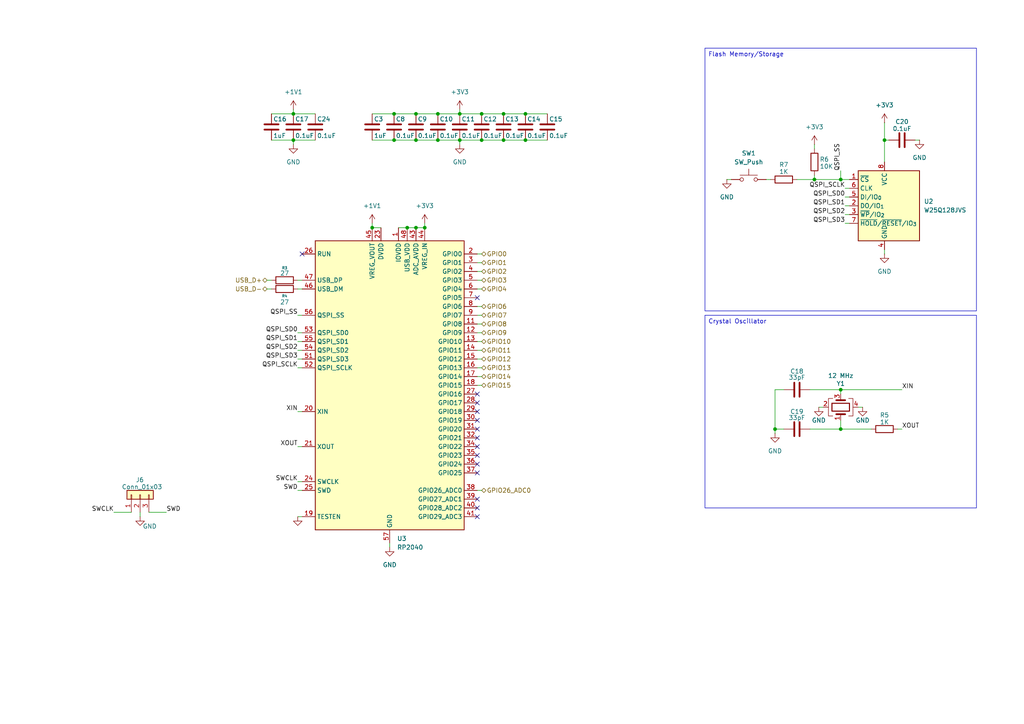
<source format=kicad_sch>
(kicad_sch (version 20250114) (generator "eeschema") (generator_version "9.0")
  (paper "A4")
  (lib_symbols
    (symbol "Connector_Generic:Conn_01x03" (pin_names (offset 1.016) (hide yes))
      (property "Reference" "J" (at 0 5.08 0))
      (property "Value" "Conn_01x03" (at 0 -5.08 0))
      (symbol "Conn_01x03_1_1"
        (rectangle (start -1.27 3.81) (end 1.27 -3.81) (stroke (width 0.254)) (fill (type background)))
        (rectangle (start -1.27 2.667) (end 0 2.413) (stroke (width 0.1524)))
        (rectangle (start -1.27 0.127) (end 0 -0.127) (stroke (width 0.1524)))
        (rectangle (start -1.27 -2.413) (end 0 -2.667) (stroke (width 0.1524)))
        (pin passive line (at -5.08 2.54 0) (length 3.81) (name "Pin_1") (number "1"))
        (pin passive line (at -5.08 0 0) (length 3.81) (name "Pin_2") (number "2"))
        (pin passive line (at -5.08 -2.54 0) (length 3.81) (name "Pin_3") (number "3"))
      )
    )
    (symbol "Device:C" (pin_numbers (hide yes)) (pin_names (offset 0.254))
      (property "Reference" "C" (at 0.635 2.54 0))
      (property "Value" "C" (at 0.635 -2.54 0))
      (symbol "C_0_1"
        (polyline (pts (xy -2.032 0.762) (xy 2.032 0.762)) (stroke (width 0.508)))
        (polyline (pts (xy -2.032 -0.762) (xy 2.032 -0.762)) (stroke (width 0.508)))
      )
      (symbol "C_1_1"
        (pin passive line (at 0 3.81 270) (length 2.794) (name "~") (number "1"))
        (pin passive line (at 0 -3.81 90) (length 2.794) (name "~") (number "2"))
      )
    )
    (symbol "Device:Crystal_GND24" (pin_names (offset 1.016) (hide yes))
      (property "Reference" "Y" (at 3.175 5.08 0))
      (property "Value" "Crystal_GND24" (at 3.175 3.175 0))
      (symbol "Crystal_GND24_0_1"
        (polyline (pts (xy -2.54 2.286) (xy -2.54 3.556) (xy 2.54 3.556) (xy 2.54 2.286)))
        (polyline (pts (xy -2.54 0) (xy -2.032 0)))
        (polyline (pts (xy -2.54 -2.286) (xy -2.54 -3.556) (xy 2.54 -3.556) (xy 2.54 -2.286)))
        (polyline (pts (xy -2.032 -1.27) (xy -2.032 1.27)) (stroke (width 0.508)))
        (rectangle (start -1.143 2.54) (end 1.143 -2.54) (stroke (width 0.3048)))
        (polyline (pts (xy 0 3.556) (xy 0 3.81)))
        (polyline (pts (xy 0 -3.81) (xy 0 -3.556)))
        (polyline (pts (xy 2.032 0) (xy 2.54 0)))
        (polyline (pts (xy 2.032 -1.27) (xy 2.032 1.27)) (stroke (width 0.508)))
      )
      (symbol "Crystal_GND24_1_1"
        (pin passive line (at -3.81 0 0) (length 1.27) (name "1") (number "1"))
        (pin passive line (at 0 5.08 270) (length 1.27) (name "2") (number "2"))
        (pin passive line (at 0 -5.08 90) (length 1.27) (name "4") (number "4"))
        (pin passive line (at 3.81 0 180) (length 1.27) (name "3") (number "3"))
      )
    )
    (symbol "Device:R" (pin_numbers (hide yes)) (pin_names (offset 0))
      (property "Reference" "R" (at 2.032 0 90))
      (property "Value" "R" (at 0 0 90))
      (symbol "R_0_1"
        (rectangle (start -1.016 -2.54) (end 1.016 2.54) (stroke (width 0.254)))
      )
      (symbol "R_1_1"
        (pin passive line (at 0 3.81 270) (length 1.27) (name "~") (number "1"))
        (pin passive line (at 0 -3.81 90) (length 1.27) (name "~") (number "2"))
      )
    )
    (symbol "MCU_RaspberryPi:RP2040"
      (property "Reference" "U" (at 17.78 45.72 0))
      (property "Value" "RP2040" (at 17.78 43.18 0))
      (symbol "RP2040_0_1"
        (rectangle (start -21.59 41.91) (end 21.59 -41.91) (stroke (width 0.254)) (fill (type background)))
      )
      (symbol "RP2040_1_1"
        (pin input line (at -25.4 38.1 0) (length 3.81) (name "RUN") (number "26"))
        (pin bidirectional line (at -25.4 30.48 0) (length 3.81) (name "USB_DP") (number "47"))
        (pin bidirectional line (at -25.4 27.94 0) (length 3.81) (name "USB_DM") (number "46"))
        (pin bidirectional line (at -25.4 20.32 0) (length 3.81) (name "QSPI_SS") (number "56"))
        (pin bidirectional line (at -25.4 15.24 0) (length 3.81) (name "QSPI_SD0") (number "53"))
        (pin bidirectional line (at -25.4 12.7 0) (length 3.81) (name "QSPI_SD1") (number "55"))
        (pin bidirectional line (at -25.4 10.16 0) (length 3.81) (name "QSPI_SD2") (number "54"))
        (pin bidirectional line (at -25.4 7.62 0) (length 3.81) (name "QSPI_SD3") (number "51"))
        (pin output line (at -25.4 5.08 0) (length 3.81) (name "QSPI_SCLK") (number "52"))
        (pin input line (at -25.4 -7.62 0) (length 3.81) (name "XIN") (number "20"))
        (pin passive line (at -25.4 -17.78 0) (length 3.81) (name "XOUT") (number "21"))
        (pin input line (at -25.4 -27.94 0) (length 3.81) (name "SWCLK") (number "24"))
        (pin bidirectional line (at -25.4 -30.48 0) (length 3.81) (name "SWD") (number "25"))
        (pin input line (at -25.4 -38.1 0) (length 3.81) (name "TESTEN") (number "19"))
        (pin power_out line (at -5.08 45.72 270) (length 3.81) (name "VREG_VOUT") (number "45"))
        (pin power_in line (at -2.54 45.72 270) (length 3.81) (name "DVDD") (number "23"))
        (pin passive line (at -2.54 45.72 270) (length 3.81) (hide yes) (name "DVDD") (number "50"))
        (pin power_in line (at 0 -45.72 90) (length 3.81) (name "GND") (number "57"))
        (pin power_in line (at 2.54 45.72 270) (length 3.81) (name "IOVDD") (number "1"))
        (pin passive line (at 2.54 45.72 270) (length 3.81) (hide yes) (name "IOVDD") (number "10"))
        (pin passive line (at 2.54 45.72 270) (length 3.81) (hide yes) (name "IOVDD") (number "22"))
        (pin passive line (at 2.54 45.72 270) (length 3.81) (hide yes) (name "IOVDD") (number "33"))
        (pin passive line (at 2.54 45.72 270) (length 3.81) (hide yes) (name "IOVDD") (number "42"))
        (pin passive line (at 2.54 45.72 270) (length 3.81) (hide yes) (name "IOVDD") (number "49"))
        (pin power_in line (at 5.08 45.72 270) (length 3.81) (name "USB_VDD") (number "48"))
        (pin power_in line (at 7.62 45.72 270) (length 3.81) (name "ADC_AVDD") (number "43"))
        (pin power_in line (at 10.16 45.72 270) (length 3.81) (name "VREG_IN") (number "44"))
        (pin bidirectional line (at 25.4 38.1 180) (length 3.81) (name "GPIO0") (number "2"))
        (pin bidirectional line (at 25.4 35.56 180) (length 3.81) (name "GPIO1") (number "3"))
        (pin bidirectional line (at 25.4 33.02 180) (length 3.81) (name "GPIO2") (number "4"))
        (pin bidirectional line (at 25.4 30.48 180) (length 3.81) (name "GPIO3") (number "5"))
        (pin bidirectional line (at 25.4 27.94 180) (length 3.81) (name "GPIO4") (number "6"))
        (pin bidirectional line (at 25.4 25.4 180) (length 3.81) (name "GPIO5") (number "7"))
        (pin bidirectional line (at 25.4 22.86 180) (length 3.81) (name "GPIO6") (number "8"))
        (pin bidirectional line (at 25.4 20.32 180) (length 3.81) (name "GPIO7") (number "9"))
        (pin bidirectional line (at 25.4 17.78 180) (length 3.81) (name "GPIO8") (number "11"))
        (pin bidirectional line (at 25.4 15.24 180) (length 3.81) (name "GPIO9") (number "12"))
        (pin bidirectional line (at 25.4 12.7 180) (length 3.81) (name "GPIO10") (number "13"))
        (pin bidirectional line (at 25.4 10.16 180) (length 3.81) (name "GPIO11") (number "14"))
        (pin bidirectional line (at 25.4 7.62 180) (length 3.81) (name "GPIO12") (number "15"))
        (pin bidirectional line (at 25.4 5.08 180) (length 3.81) (name "GPIO13") (number "16"))
        (pin bidirectional line (at 25.4 2.54 180) (length 3.81) (name "GPIO14") (number "17"))
        (pin bidirectional line (at 25.4 0 180) (length 3.81) (name "GPIO15") (number "18"))
        (pin bidirectional line (at 25.4 -2.54 180) (length 3.81) (name "GPIO16") (number "27"))
        (pin bidirectional line (at 25.4 -5.08 180) (length 3.81) (name "GPIO17") (number "28"))
        (pin bidirectional line (at 25.4 -7.62 180) (length 3.81) (name "GPIO18") (number "29"))
        (pin bidirectional line (at 25.4 -10.16 180) (length 3.81) (name "GPIO19") (number "30"))
        (pin bidirectional line (at 25.4 -12.7 180) (length 3.81) (name "GPIO20") (number "31"))
        (pin bidirectional line (at 25.4 -15.24 180) (length 3.81) (name "GPIO21") (number "32"))
        (pin bidirectional line (at 25.4 -17.78 180) (length 3.81) (name "GPIO22") (number "34"))
        (pin bidirectional line (at 25.4 -20.32 180) (length 3.81) (name "GPIO23") (number "35"))
        (pin bidirectional line (at 25.4 -22.86 180) (length 3.81) (name "GPIO24") (number "36"))
        (pin bidirectional line (at 25.4 -25.4 180) (length 3.81) (name "GPIO25") (number "37"))
        (pin bidirectional line (at 25.4 -30.48 180) (length 3.81) (name "GPIO26_ADC0") (number "38"))
        (pin bidirectional line (at 25.4 -33.02 180) (length 3.81) (name "GPIO27_ADC1") (number "39"))
        (pin bidirectional line (at 25.4 -35.56 180) (length 3.81) (name "GPIO28_ADC2") (number "40"))
        (pin bidirectional line (at 25.4 -38.1 180) (length 3.81) (name "GPIO29_ADC3") (number "41"))
      )
    )
    (symbol "Memory_Flash:W25Q128JVS"
      (property "Reference" "U" (at -6.35 11.43 0))
      (property "Value" "W25Q128JVS" (at 7.62 11.43 0))
      (symbol "W25Q128JVS_0_1"
        (rectangle (start -7.62 10.16) (end 10.16 -10.16) (stroke (width 0.254)) (fill (type background)))
      )
      (symbol "W25Q128JVS_1_1"
        (pin input line (at -10.16 7.62 0) (length 2.54) (name "~{CS}") (number "1"))
        (pin input line (at -10.16 5.08 0) (length 2.54) (name "CLK") (number "6"))
        (pin bidirectional line (at -10.16 2.54 0) (length 2.54) (name "DI/IO_{0}") (number "5"))
        (pin bidirectional line (at -10.16 0 0) (length 2.54) (name "DO/IO_{1}") (number "2"))
        (pin bidirectional line (at -10.16 -2.54 0) (length 2.54) (name "~{WP}/IO_{2}") (number "3"))
        (pin bidirectional line (at -10.16 -5.08 0) (length 2.54) (name "~{HOLD}/~{RESET}/IO_{3}") (number "7"))
        (pin power_in line (at 0 12.7 270) (length 2.54) (name "VCC") (number "8"))
        (pin power_in line (at 0 -12.7 90) (length 2.54) (name "GND") (number "4"))
      )
    )
    (symbol "Switch:SW_Push" (pin_numbers (hide yes)) (pin_names (offset 1.016) (hide yes))
      (property "Reference" "SW" (at 1.27 2.54 0))
      (property "Value" "SW_Push" (at 0 -1.524 0))
      (symbol "SW_Push_0_1"
        (circle (center -2.032 0) (radius 0.508))
        (polyline (pts (xy 0 1.27) (xy 0 3.048)))
        (circle (center 2.032 0) (radius 0.508))
        (polyline (pts (xy 2.54 1.27) (xy -2.54 1.27)))
        (pin passive line (at -5.08 0 0) (length 2.54) (name "1") (number "1"))
        (pin passive line (at 5.08 0 180) (length 2.54) (name "2") (number "2"))
      )
    )
    (symbol "power:+1V1" (power) (pin_numbers (hide yes)) (pin_names (offset 0) (hide yes))
      (property "Value" "+1V1" (at 0 3.556 0))
      (symbol "+1V1_0_1"
        (polyline (pts (xy -0.762 1.27) (xy 0 2.54)))
        (polyline (pts (xy 0 2.54) (xy 0.762 1.27)))
        (polyline (pts (xy 0 0) (xy 0 2.54)))
      )
      (symbol "+1V1_1_1"
        (pin power_in line (at 0 0 90) (length 0) (name "~") (number "1"))
      )
    )
    (symbol "power:+3V3" (power) (pin_numbers (hide yes)) (pin_names (offset 0) (hide yes))
      (property "Value" "+3V3" (at 0 3.556 0))
      (symbol "+3V3_0_1"
        (polyline (pts (xy -0.762 1.27) (xy 0 2.54)))
        (polyline (pts (xy 0 2.54) (xy 0.762 1.27)))
        (polyline (pts (xy 0 0) (xy 0 2.54)))
      )
      (symbol "+3V3_1_1"
        (pin power_in line (at 0 0 90) (length 0) (name "~") (number "1"))
      )
    )
    (symbol "power:GND" (power) (pin_numbers (hide yes)) (pin_names (offset 0) (hide yes))
      (property "Value" "GND" (at 0 -3.81 0))
      (symbol "GND_0_1"
        (polyline (pts (xy 0 0) (xy 0 -1.27) (xy 1.27 -1.27) (xy 0 -2.54) (xy -1.27 -1.27) (xy 0 -1.27)))
      )
      (symbol "GND_1_1"
        (pin power_in line (at 0 0 270) (length 0) (name "~") (number "1"))
      )
    )
  )
  (text_box "Crystal Oscillator" (at 204.47 91.44 0) (size 78.74 55.88) (margins 0.9525 0.9525 0.9525 0.9525) (effects (font (size 1.27 1.27)) (justify left top)))
  (text_box "Flash Memory/Storage" (at 204.47 13.97 0) (size 78.74 76.2) (margins 0.9525 0.9525 0.9525 0.9525) (effects (font (size 1.27 1.27)) (justify left top)))
  (junction (at 127 33.02))
  (junction (at 152.4 33.02))
  (junction (at 114.3 33.02))
  (junction (at 243.84 113.03))
  (junction (at 120.65 66.04))
  (junction (at 114.3 40.64))
  (junction (at 123.19 66.04))
  (junction (at 120.65 33.02))
  (junction (at 133.35 33.02))
  (junction (at 107.95 66.04))
  (junction (at 243.84 124.46))
  (junction (at 146.05 40.64))
  (junction (at 133.35 40.64))
  (junction (at 118.11 66.04))
  (junction (at 139.7 33.02))
  (junction (at 224.79 124.46))
  (junction (at 236.22 52.07))
  (junction (at 146.05 33.02))
  (junction (at 152.4 40.64))
  (junction (at 120.65 40.64))
  (junction (at 256.54 40.64))
  (junction (at 85.09 40.64))
  (junction (at 139.7 40.64))
  (junction (at 243.84 52.07))
  (junction (at 85.09 33.02))
  (junction (at 127 40.64))
  (no_connect (at 138.43 134.62))
  (no_connect (at 138.43 124.46))
  (no_connect (at 138.43 129.54))
  (no_connect (at 138.43 86.36))
  (no_connect (at 138.43 132.08))
  (no_connect (at 138.43 116.84))
  (no_connect (at 138.43 149.86))
  (no_connect (at 138.43 114.3))
  (no_connect (at 138.43 137.16))
  (no_connect (at 138.43 144.78))
  (no_connect (at 138.43 121.92))
  (no_connect (at 138.43 119.38))
  (no_connect (at 138.43 147.32))
  (no_connect (at 87.63 73.66))
  (no_connect (at 138.43 127))
  (wire (pts (xy 139.7 104.14) (xy 138.43 104.14)))
  (wire (pts (xy 243.84 113.03) (xy 243.84 114.3)))
  (wire (pts (xy 120.65 40.64) (xy 127 40.64)))
  (wire (pts (xy 245.11 54.61) (xy 246.38 54.61)))
  (wire (pts (xy 260.35 124.46) (xy 261.62 124.46)))
  (wire (pts (xy 139.7 93.98) (xy 138.43 93.98)))
  (wire (pts (xy 256.54 72.39) (xy 256.54 73.66)))
  (wire (pts (xy 236.22 52.07) (xy 243.84 52.07)))
  (wire (pts (xy 86.36 149.86) (xy 87.63 149.86)))
  (wire (pts (xy 86.36 139.7) (xy 87.63 139.7)))
  (wire (pts (xy 243.84 52.07) (xy 243.84 49.53)))
  (wire (pts (xy 114.3 33.02) (xy 120.65 33.02)))
  (wire (pts (xy 256.54 40.64) (xy 257.81 40.64)))
  (wire (pts (xy 236.22 50.8) (xy 236.22 52.07)))
  (wire (pts (xy 86.36 106.68) (xy 87.63 106.68)))
  (wire (pts (xy 85.09 40.64) (xy 85.09 41.91)))
  (wire (pts (xy 224.79 124.46) (xy 224.79 125.73)))
  (wire (pts (xy 139.7 88.9) (xy 138.43 88.9)))
  (wire (pts (xy 120.65 33.02) (xy 127 33.02)))
  (wire (pts (xy 231.14 52.07) (xy 236.22 52.07)))
  (wire (pts (xy 243.84 121.92) (xy 243.84 124.46)))
  (wire (pts (xy 139.7 96.52) (xy 138.43 96.52)))
  (wire (pts (xy 245.11 62.23) (xy 246.38 62.23)))
  (wire (pts (xy 85.09 33.02) (xy 91.44 33.02)))
  (wire (pts (xy 139.7 76.2) (xy 138.43 76.2)))
  (wire (pts (xy 33.02 148.59) (xy 38.1 148.59)))
  (wire (pts (xy 265.43 40.64) (xy 266.7 40.64)))
  (wire (pts (xy 86.36 142.24) (xy 87.63 142.24)))
  (wire (pts (xy 86.36 91.44) (xy 87.63 91.44)))
  (wire (pts (xy 85.09 40.64) (xy 91.44 40.64)))
  (wire (pts (xy 146.05 40.64) (xy 152.4 40.64)))
  (wire (pts (xy 85.09 31.75) (xy 85.09 33.02)))
  (wire (pts (xy 248.92 118.11) (xy 250.19 118.11)))
  (wire (pts (xy 234.95 124.46) (xy 243.84 124.46)))
  (wire (pts (xy 86.36 83.82) (xy 87.63 83.82)))
  (wire (pts (xy 107.95 33.02) (xy 114.3 33.02)))
  (wire (pts (xy 43.18 148.59) (xy 48.26 148.59)))
  (wire (pts (xy 86.36 99.06) (xy 87.63 99.06)))
  (wire (pts (xy 152.4 40.64) (xy 158.75 40.64)))
  (wire (pts (xy 236.22 41.91) (xy 236.22 43.18)))
  (wire (pts (xy 123.19 64.77) (xy 123.19 66.04)))
  (wire (pts (xy 77.47 81.28) (xy 78.74 81.28)))
  (wire (pts (xy 139.7 81.28) (xy 138.43 81.28)))
  (wire (pts (xy 139.7 91.44) (xy 138.43 91.44)))
  (wire (pts (xy 86.36 96.52) (xy 87.63 96.52)))
  (wire (pts (xy 224.79 124.46) (xy 227.33 124.46)))
  (wire (pts (xy 224.79 113.03) (xy 224.79 124.46)))
  (wire (pts (xy 152.4 33.02) (xy 158.75 33.02)))
  (wire (pts (xy 139.7 40.64) (xy 146.05 40.64)))
  (wire (pts (xy 139.7 73.66) (xy 138.43 73.66)))
  (wire (pts (xy 139.7 111.76) (xy 138.43 111.76)))
  (wire (pts (xy 78.74 33.02) (xy 85.09 33.02)))
  (wire (pts (xy 86.36 129.54) (xy 87.63 129.54)))
  (wire (pts (xy 133.35 40.64) (xy 139.7 40.64)))
  (wire (pts (xy 139.7 142.24) (xy 138.43 142.24)))
  (wire (pts (xy 245.11 64.77) (xy 246.38 64.77)))
  (wire (pts (xy 139.7 106.68) (xy 138.43 106.68)))
  (wire (pts (xy 107.95 64.77) (xy 107.95 66.04)))
  (wire (pts (xy 210.82 52.07) (xy 212.09 52.07)))
  (wire (pts (xy 146.05 33.02) (xy 152.4 33.02)))
  (wire (pts (xy 245.11 59.69) (xy 246.38 59.69)))
  (wire (pts (xy 133.35 31.75) (xy 133.35 33.02)))
  (wire (pts (xy 77.47 83.82) (xy 78.74 83.82)))
  (wire (pts (xy 86.36 101.6) (xy 87.63 101.6)))
  (wire (pts (xy 107.95 66.04) (xy 110.49 66.04)))
  (wire (pts (xy 243.84 113.03) (xy 261.62 113.03)))
  (wire (pts (xy 222.25 52.07) (xy 223.52 52.07)))
  (wire (pts (xy 139.7 101.6) (xy 138.43 101.6)))
  (wire (pts (xy 118.11 66.04) (xy 120.65 66.04)))
  (wire (pts (xy 120.65 66.04) (xy 123.19 66.04)))
  (wire (pts (xy 256.54 35.56) (xy 256.54 40.64)))
  (wire (pts (xy 127 40.64) (xy 133.35 40.64)))
  (wire (pts (xy 234.95 113.03) (xy 243.84 113.03)))
  (wire (pts (xy 133.35 33.02) (xy 139.7 33.02)))
  (wire (pts (xy 107.95 40.64) (xy 114.3 40.64)))
  (wire (pts (xy 86.36 104.14) (xy 87.63 104.14)))
  (wire (pts (xy 256.54 40.64) (xy 256.54 46.99)))
  (wire (pts (xy 113.03 157.48) (xy 113.03 158.75)))
  (wire (pts (xy 139.7 78.74) (xy 138.43 78.74)))
  (wire (pts (xy 40.64 149.86) (xy 40.64 148.59)))
  (wire (pts (xy 139.7 99.06) (xy 138.43 99.06)))
  (wire (pts (xy 139.7 109.22) (xy 138.43 109.22)))
  (wire (pts (xy 245.11 57.15) (xy 246.38 57.15)))
  (wire (pts (xy 243.84 52.07) (xy 246.38 52.07)))
  (wire (pts (xy 237.49 118.11) (xy 238.76 118.11)))
  (wire (pts (xy 139.7 33.02) (xy 146.05 33.02)))
  (wire (pts (xy 127 33.02) (xy 133.35 33.02)))
  (wire (pts (xy 227.33 113.03) (xy 224.79 113.03)))
  (wire (pts (xy 78.74 40.64) (xy 85.09 40.64)))
  (wire (pts (xy 114.3 40.64) (xy 120.65 40.64)))
  (wire (pts (xy 86.36 119.38) (xy 87.63 119.38)))
  (wire (pts (xy 115.57 66.04) (xy 118.11 66.04)))
  (wire (pts (xy 133.35 40.64) (xy 133.35 41.91)))
  (wire (pts (xy 139.7 83.82) (xy 138.43 83.82)))
  (wire (pts (xy 252.73 124.46) (xy 243.84 124.46)))
  (wire (pts (xy 86.36 81.28) (xy 87.63 81.28)))
  (label "XIN" (at 86.36 119.38 180))
  (label "QSPI_SD1" (at 245.11 59.69 180))
  (label "SWD" (at 48.26 148.59 0))
  (label "QSPI_SCLK" (at 86.36 106.68 180))
  (label "SWCLK" (at 33.02 148.59 180))
  (label "XOUT" (at 261.62 124.46 0))
  (label "XOUT" (at 86.36 129.54 180))
  (label "SWCLK" (at 86.36 139.7 180))
  (label "QSPI_SS" (at 243.84 49.53 90))
  (label "QSPI_SD2" (at 245.11 62.23 180))
  (label "QSPI_SD3" (at 245.11 64.77 180))
  (label "QSPI_SD0" (at 86.36 96.52 180))
  (label "QSPI_SD3" (at 86.36 104.14 180))
  (label "QSPI_SD1" (at 86.36 99.06 180))
  (label "SWD" (at 86.36 142.24 180))
  (label "QSPI_SD0" (at 245.11 57.15 180))
  (label "XIN" (at 261.62 113.03 0))
  (label "QSPI_SS" (at 86.36 91.44 180))
  (label "QSPI_SCLK" (at 245.11 54.61 180))
  (label "QSPI_SD2" (at 86.36 101.6 180))
  (hierarchical_label "GPIO2" (shape bidirectional) (at 139.7 78.74 0))
  (hierarchical_label "GPIO9" (shape bidirectional) (at 139.7 96.52 0))
  (hierarchical_label "GPIO11" (shape bidirectional) (at 139.7 101.6 0))
  (hierarchical_label "USB_D-" (shape bidirectional) (at 77.47 83.82 180))
  (hierarchical_label "GPIO8" (shape bidirectional) (at 139.7 93.98 0))
  (hierarchical_label "GPIO15" (shape bidirectional) (at 139.7 111.76 0))
  (hierarchical_label "GPIO0" (shape bidirectional) (at 139.7 73.66 0))
  (hierarchical_label "GPIO14" (shape bidirectional) (at 139.7 109.22 0))
  (hierarchical_label "GPIO4" (shape bidirectional) (at 139.7 83.82 0))
  (hierarchical_label "GPIO10" (shape bidirectional) (at 139.7 99.06 0))
  (hierarchical_label "GPIO26_ADC0" (shape bidirectional) (at 139.7 142.24 0))
  (hierarchical_label "GPIO1" (shape bidirectional) (at 139.7 76.2 0))
  (hierarchical_label "GPIO12" (shape bidirectional) (at 139.7 104.14 0))
  (hierarchical_label "GPIO13" (shape bidirectional) (at 139.7 106.68 0))
  (hierarchical_label "USB_D+" (shape bidirectional) (at 77.47 81.28 180))
  (hierarchical_label "GPIO3" (shape bidirectional) (at 139.7 81.28 0))
  (hierarchical_label "GPIO7" (shape bidirectional) (at 139.7 91.44 0))
  (hierarchical_label "GPIO6" (shape bidirectional) (at 139.7 88.9 0))
  (symbol (lib_id "power:GND") (at 224.79 125.73 0) (unit 1)
    (property "Reference" "#PWR021" (effects (hide yes)))
    (property "Value" "GND" (at 224.79 130.81 0))
    (property "Description" "Power symbol creates a global label with name \"GND\" , ground" (effects (hide yes)))
  )
  (symbol (lib_id "power:GND") (at 237.49 118.11 0) (unit 1)
    (property "Reference" "#PWR020" (effects (hide yes)))
    (property "Value" "GND" (at 237.49 121.92 0))
    (property "Description" "Power symbol creates a global label with name \"GND\" , ground" (effects (hide yes)))
  )
  (symbol (lib_id "Device:C") (at 146.05 36.83 0) (unit 1)
    (property "Reference" "C13" (at 146.558 34.544 0) (effects (justify left)))
    (property "Value" "0.1uF" (at 146.558 39.37 0) (effects (justify left)))
    (property "Footprint" "Capacitor_SMD:C_0402_1005Metric" (effects (hide yes)))
    (property "Description" "Unpolarized capacitor" (effects (hide yes)))
  )
  (symbol (lib_id "power:GND") (at 250.19 118.11 0) (unit 1)
    (property "Reference" "#PWR019" (effects (hide yes)))
    (property "Value" "GND" (at 250.19 121.92 0))
    (property "Description" "Power symbol creates a global label with name \"GND\" , ground" (effects (hide yes)))
  )
  (symbol (lib_id "power:GND") (at 256.54 73.66 0) (unit 1)
    (property "Reference" "#PWR022" (effects (hide yes)))
    (property "Value" "GND" (at 256.54 78.74 0))
    (property "Description" "Power symbol creates a global label with name \"GND\" , ground" (effects (hide yes)))
  )
  (symbol (lib_id "power:GND") (at 133.35 41.91 0) (unit 1)
    (property "Reference" "#PWR015" (effects (hide yes)))
    (property "Value" "GND" (at 133.35 46.99 0))
    (property "Description" "Power symbol creates a global label with name \"GND\" , ground" (effects (hide yes)))
  )
  (symbol (lib_id "Device:R") (at 82.55 81.28 90) (unit 1)
    (property "Reference" "R3" (at 82.55 77.724 90) (effects (font (size 0.762 0.762))))
    (property "Value" "27" (at 82.55 79.248 90))
    (property "Footprint" "Resistor_SMD:R_0402_1005Metric" (effects (hide yes)))
    (property "Description" "Resistor" (effects (hide yes)))
  )
  (symbol (lib_id "power:GND") (at 210.82 52.07 0) (unit 1)
    (property "Reference" "#PWR026" (effects (hide yes)))
    (property "Value" "GND" (at 210.82 57.15 0))
    (property "Description" "Power symbol creates a global label with name \"GND\" , ground" (effects (hide yes)))
  )
  (symbol (lib_id "power:GND") (at 86.36 149.86 0) (unit 1)
    (property "Reference" "#PWR028" (effects (hide yes)))
    (property "Value" "GND" (effects (hide yes)))
    (property "Description" "Power symbol creates a global label with name \"GND\" , ground" (effects (hide yes)))
  )
  (symbol (lib_id "Device:R") (at 227.33 52.07 90) (unit 1)
    (property "Reference" "R7" (at 227.33 47.752 90))
    (property "Value" "1K" (at 227.33 49.784 90))
    (property "Footprint" "Resistor_SMD:R_0402_1005Metric" (effects (hide yes)))
    (property "Description" "Resistor" (effects (hide yes)))
  )
  (symbol (lib_id "power:GND") (at 113.03 158.75 0) (unit 1)
    (property "Reference" "#PWR027" (effects (hide yes)))
    (property "Value" "GND" (at 113.03 163.83 0))
    (property "Description" "Power symbol creates a global label with name \"GND\" , ground" (effects (hide yes)))
  )
  (symbol (lib_id "power:+1V1") (at 107.95 64.77 0) (unit 1)
    (property "Reference" "#PWR013" (effects (hide yes)))
    (property "Value" "+1V1" (at 107.95 59.69 0))
    (property "Description" "Power symbol creates a global label with name \"+1V1\"" (effects (hide yes)))
  )
  (symbol (lib_id "Device:C") (at 78.74 36.83 0) (unit 1)
    (property "Reference" "C16" (at 79.248 34.544 0) (effects (justify left)))
    (property "Value" "1uF" (at 79.248 39.37 0) (effects (justify left)))
    (property "Footprint" "Capacitor_SMD:C_0402_1005Metric" (effects (hide yes)))
    (property "Description" "Unpolarized capacitor" (effects (hide yes)))
  )
  (symbol (lib_id "Memory_Flash:W25Q128JVS") (at 256.54 59.69 0) (unit 1)
    (property "Reference" "U2" (at 267.97 58.4199 0) (effects (justify left)))
    (property "Value" "W25Q128JVS" (at 267.97 60.9599 0) (effects (justify left)))
    (property "Footprint" "Package_SO:SOIC-8_5.3x5.3mm_P1.27mm" (effects (hide yes)))
    (property "Datasheet" "https://www.winbond.com/resource-files/w25q128jv_dtr%20revc%2003272018%20plus.pdf" (effects (hide yes)))
    (property "Description" "128Mbit / 16MiB Serial Flash Memory, Standard/Dual/Quad SPI, 2.7-3.6V, SOIC-8" (effects (hide yes)))
  )
  (symbol (lib_id "Device:C") (at 91.44 36.83 0) (unit 1)
    (property "Reference" "C24" (at 91.948 34.544 0) (effects (justify left)))
    (property "Value" "0.1uF" (at 91.948 39.37 0) (effects (justify left)))
    (property "Footprint" "Capacitor_SMD:C_0402_1005Metric" (effects (hide yes)))
    (property "Description" "Unpolarized capacitor" (effects (hide yes)))
  )
  (symbol (lib_id "Device:C") (at 139.7 36.83 0) (unit 1)
    (property "Reference" "C12" (at 140.208 34.544 0) (effects (justify left)))
    (property "Value" "0.1uF" (at 140.208 39.37 0) (effects (justify left)))
    (property "Footprint" "Capacitor_SMD:C_0402_1005Metric" (effects (hide yes)))
    (property "Description" "Unpolarized capacitor" (effects (hide yes)))
  )
  (symbol (lib_id "Device:R") (at 256.54 124.46 90) (unit 1)
    (property "Reference" "R5" (at 256.54 120.396 90))
    (property "Value" "1K" (at 256.54 122.428 90))
    (property "Footprint" "Resistor_SMD:R_0402_1005Metric" (effects (hide yes)))
    (property "Description" "Resistor" (effects (hide yes)))
  )
  (symbol (lib_id "Device:R") (at 82.55 83.82 90) (unit 1)
    (property "Reference" "R4" (at 82.55 85.852 90) (effects (font (size 0.762 0.762))))
    (property "Value" "27" (at 82.55 87.63 90))
    (property "Footprint" "Resistor_SMD:R_0402_1005Metric" (effects (hide yes)))
    (property "Description" "Resistor" (effects (hide yes)))
  )
  (symbol (lib_id "power:+3V3") (at 236.22 41.91 0) (unit 1)
    (property "Reference" "#PWR024" (effects (hide yes)))
    (property "Value" "+3V3" (at 236.22 36.83 0))
    (property "Description" "Power symbol creates a global label with name \"+3V3\"" (effects (hide yes)))
  )
  (symbol (lib_id "Device:C") (at 133.35 36.83 0) (unit 1)
    (property "Reference" "C11" (at 133.858 34.544 0) (effects (justify left)))
    (property "Value" "0.1uF" (at 133.858 39.37 0) (effects (justify left)))
    (property "Footprint" "Capacitor_SMD:C_0402_1005Metric" (effects (hide yes)))
    (property "Description" "Unpolarized capacitor" (effects (hide yes)))
  )
  (symbol (lib_id "Device:C") (at 231.14 113.03 90) (unit 1)
    (property "Reference" "C18" (at 231.14 107.696 90))
    (property "Value" "33pF" (at 231.14 109.474 90))
    (property "Footprint" "Capacitor_SMD:C_0402_1005Metric" (effects (hide yes)))
    (property "Description" "Unpolarized capacitor" (effects (hide yes)))
  )
  (symbol (lib_id "power:+1V1") (at 85.09 31.75 0) (unit 1)
    (property "Reference" "#PWR017" (effects (hide yes)))
    (property "Value" "+1V1" (at 85.09 26.67 0))
    (property "Description" "Power symbol creates a global label with name \"+1V1\"" (effects (hide yes)))
  )
  (symbol (lib_id "Connector_Generic:Conn_01x03") (at 40.64 143.51 90) (unit 1)
    (property "Reference" "J6" (at 39.37 139.192 90) (effects (justify right)))
    (property "Value" "Conn_01x03" (at 35.306 141.224 90) (effects (justify right)))
    (property "Footprint" "Connector_PinHeader_2.54mm:PinHeader_1x03_P2.54mm_Vertical" (effects (hide yes)))
    (property "Description" "Generic connector, single row, 01x03, script generated (kicad-library-utils/schlib/autogen/connector/)" (effects (hide yes)))
  )
  (symbol (lib_id "power:+3V3") (at 123.19 64.77 0) (unit 1)
    (property "Reference" "#PWR014" (effects (hide yes)))
    (property "Value" "+3V3" (at 123.19 59.69 0))
    (property "Description" "Power symbol creates a global label with name \"+3V3\"" (effects (hide yes)))
  )
  (symbol (lib_id "Switch:SW_Push") (at 217.17 52.07 0) (unit 1)
    (property "Reference" "SW1" (at 217.17 44.45 0))
    (property "Value" "SW_Push" (at 217.17 46.99 0))
    (property "Footprint" "Button_Switch_SMD:SW_Push_SPST_NO_Alps_SKRK" (effects (hide yes)))
    (property "Description" "Push button switch, generic, two pins" (effects (hide yes)))
  )
  (symbol (lib_id "power:GND") (at 40.64 149.86 0) (unit 1)
    (property "Reference" "#PWR033" (effects (hide yes)))
    (property "Value" "GND" (at 43.434 152.654 0))
    (property "Description" "Power symbol creates a global label with name \"GND\" , ground" (effects (hide yes)))
  )
  (symbol (lib_id "power:GND") (at 85.09 41.91 0) (unit 1)
    (property "Reference" "#PWR018" (effects (hide yes)))
    (property "Value" "GND" (at 85.09 46.99 0))
    (property "Description" "Power symbol creates a global label with name \"GND\" , ground" (effects (hide yes)))
  )
  (symbol (lib_id "Device:C") (at 231.14 124.46 90) (unit 1)
    (property "Reference" "C19" (at 231.14 119.38 90))
    (property "Value" "33pF" (at 231.14 121.158 90))
    (property "Footprint" "Capacitor_SMD:C_0402_1005Metric" (effects (hide yes)))
    (property "Description" "Unpolarized capacitor" (effects (hide yes)))
  )
  (symbol (lib_id "Device:R") (at 236.22 46.99 0) (unit 1)
    (property "Reference" "R6" (at 237.744 46.228 0) (effects (justify left)))
    (property "Value" "10K" (at 237.744 48.26 0) (effects (justify left)))
    (property "Footprint" "Resistor_SMD:R_0402_1005Metric" (effects (hide yes)))
    (property "Description" "Resistor" (effects (hide yes)))
  )
  (symbol (lib_id "MCU_RaspberryPi:RP2040") (at 113.03 111.76 0) (unit 1)
    (property "Reference" "U3" (at 115.1733 156.21 0) (effects (justify left)))
    (property "Value" "RP2040" (at 115.1733 158.75 0) (effects (justify left)))
    (property "Footprint" "Package_DFN_QFN:QFN-56-1EP_7x7mm_P0.4mm_EP3.2x3.2mm" (effects (hide yes)))
    (property "Datasheet" "https://datasheets.raspberrypi.com/rp2040/rp2040-datasheet.pdf" (effects (hide yes)))
    (property "Description" "A microcontroller by Raspberry Pi" (effects (hide yes)))
  )
  (symbol (lib_id "power:+3V3") (at 256.54 35.56 0) (unit 1)
    (property "Reference" "#PWR023" (effects (hide yes)))
    (property "Value" "+3V3" (at 256.54 30.48 0))
    (property "Description" "Power symbol creates a global label with name \"+3V3\"" (effects (hide yes)))
  )
  (symbol (lib_id "Device:C") (at 152.4 36.83 0) (unit 1)
    (property "Reference" "C14" (at 152.908 34.544 0) (effects (justify left)))
    (property "Value" "0.1uF" (at 152.908 39.37 0) (effects (justify left)))
    (property "Footprint" "Capacitor_SMD:C_0402_1005Metric" (effects (hide yes)))
    (property "Description" "Unpolarized capacitor" (effects (hide yes)))
  )
  (symbol (lib_id "Device:C") (at 107.95 36.83 0) (unit 1)
    (property "Reference" "C3" (at 108.458 34.544 0) (effects (justify left)))
    (property "Value" "1uF" (at 108.458 39.37 0) (effects (justify left)))
    (property "Footprint" "Capacitor_SMD:C_0402_1005Metric" (effects (hide yes)))
    (property "Description" "Unpolarized capacitor" (effects (hide yes)))
  )
  (symbol (lib_id "Device:C") (at 261.62 40.64 90) (unit 1)
    (property "Reference" "C20" (at 261.62 35.306 90))
    (property "Value" "0.1uF" (at 261.62 37.338 90))
    (property "Footprint" "Capacitor_SMD:C_0402_1005Metric" (effects (hide yes)))
    (property "Description" "Unpolarized capacitor" (effects (hide yes)))
  )
  (symbol (lib_id "Device:C") (at 120.65 36.83 0) (unit 1)
    (property "Reference" "C9" (at 121.158 34.544 0) (effects (justify left)))
    (property "Value" "0.1uF" (at 121.158 39.37 0) (effects (justify left)))
    (property "Footprint" "Capacitor_SMD:C_0402_1005Metric" (effects (hide yes)))
    (property "Description" "Unpolarized capacitor" (effects (hide yes)))
  )
  (symbol (lib_id "power:GND") (at 266.7 40.64 0) (unit 1)
    (property "Reference" "#PWR025" (effects (hide yes)))
    (property "Value" "GND" (at 266.7 45.72 0))
    (property "Description" "Power symbol creates a global label with name \"GND\" , ground" (effects (hide yes)))
  )
  (symbol (lib_id "Device:C") (at 127 36.83 0) (unit 1)
    (property "Reference" "C10" (at 127.508 34.544 0) (effects (justify left)))
    (property "Value" "0.1uF" (at 127.508 39.37 0) (effects (justify left)))
    (property "Footprint" "Capacitor_SMD:C_0402_1005Metric" (effects (hide yes)))
    (property "Description" "Unpolarized capacitor" (effects (hide yes)))
  )
  (symbol (lib_id "power:+3V3") (at 133.35 31.75 0) (unit 1)
    (property "Reference" "#PWR016" (effects (hide yes)))
    (property "Value" "+3V3" (at 133.35 26.67 0))
    (property "Description" "Power symbol creates a global label with name \"+3V3\"" (effects (hide yes)))
  )
  (symbol (lib_id "Device:C") (at 114.3 36.83 0) (unit 1)
    (property "Reference" "C8" (at 114.808 34.544 0) (effects (justify left)))
    (property "Value" "0.1uF" (at 114.808 39.37 0) (effects (justify left)))
    (property "Footprint" "Capacitor_SMD:C_0402_1005Metric" (effects (hide yes)))
    (property "Description" "Unpolarized capacitor" (effects (hide yes)))
  )
  (symbol (lib_id "Device:C") (at 85.09 36.83 0) (unit 1)
    (property "Reference" "C17" (at 85.598 34.544 0) (effects (justify left)))
    (property "Value" "0.1uF" (at 85.598 39.37 0) (effects (justify left)))
    (property "Footprint" "Capacitor_SMD:C_0402_1005Metric" (effects (hide yes)))
    (property "Description" "Unpolarized capacitor" (effects (hide yes)))
  )
  (symbol (lib_id "Device:C") (at 158.75 36.83 0) (unit 1)
    (property "Reference" "C15" (at 159.258 34.544 0) (effects (justify left)))
    (property "Value" "0.1uF" (at 159.258 39.37 0) (effects (justify left)))
    (property "Footprint" "Capacitor_SMD:C_0402_1005Metric" (effects (hide yes)))
    (property "Description" "Unpolarized capacitor" (effects (hide yes)))
  )
  (symbol (lib_id "Device:Crystal_GND24") (at 243.84 118.11 90) (unit 1)
    (property "Reference" "Y1" (at 243.84 111.252 90))
    (property "Value" "12 MHz" (at 243.84 108.966 90))
    (property "Footprint" "Crystal:Crystal_SMD_3225-4Pin_3.2x2.5mm" (effects (hide yes)))
    (property "Description" "Four pin crystal, GND on pins 2 and 4" (effects (hide yes)))
  )
)
</source>
